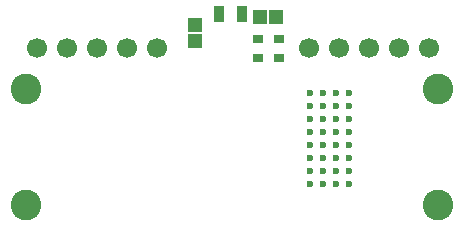
<source format=gbs>
%FSTAX23Y23*%
%MOMM*%
%SFA1B1*%

%IPPOS*%
%ADD39R,0.949998X0.799998*%
%ADD60C,1.699997*%
%ADD61C,2.599995*%
%ADD62C,0.599999*%
%ADD76R,0.899998X1.399997*%
%ADD77R,1.199998X1.149998*%
%ADD78R,1.149998X1.199998*%
%LNpcb1-1*%
%LPD*%
G54D39*
X21356Y02624D03*
Y04274D03*
X19578Y02624D03*
Y04274D03*
G54D60*
X28987Y03449D03*
X26447D03*
X23907D03*
X31527D03*
X34067D03*
X06D03*
X0346D03*
X0092D03*
X0854D03*
X1108D03*
G54D61*
X34847Y-00006D03*
X0Y0D03*
Y-09828D03*
X34847Y-09835D03*
G54D62*
X24024Y-0032D03*
X25124D03*
X26224D03*
X27324D03*
X24024Y-0142D03*
X25124D03*
X26224D03*
X27324D03*
X24024Y-0252D03*
X25124D03*
X26224D03*
X27324D03*
X24024Y-0362D03*
X25124D03*
X26224D03*
X27324D03*
X24024Y-0472D03*
X25124D03*
X26224D03*
X27324D03*
X24024Y-0582D03*
X25124D03*
X26224D03*
X27324D03*
X24024Y-0692D03*
X25124D03*
X26224D03*
X27324D03*
X24024Y-0802D03*
X25124D03*
X26224D03*
X27324D03*
G54D76*
X16317Y0637D03*
X18267D03*
G54D77*
X21142Y06114D03*
X19792D03*
G54D78*
X14242Y04044D03*
Y05394D03*
M02*
</source>
